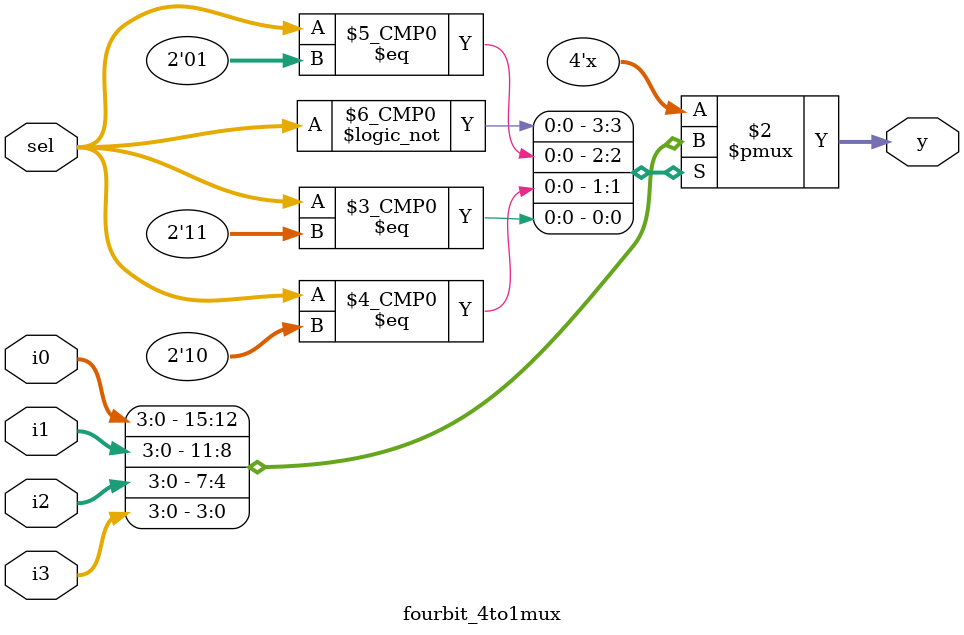
<source format=v>
module fourbit_4to1mux(input [1:0] sel,
                       input [3:0] i3,
                       input [3:0] i2,
                       input [3:0] i1,
                       input [3:0] i0,
                       output reg [3:0] y);

    always @(sel, i3, i2, i1, i0)
        case (sel)
            2'b00: y = i0;
            2'b01: y = i1;
            2'b10: y = i2;
            2'b11: y = i3;
        endcase
endmodule

</source>
